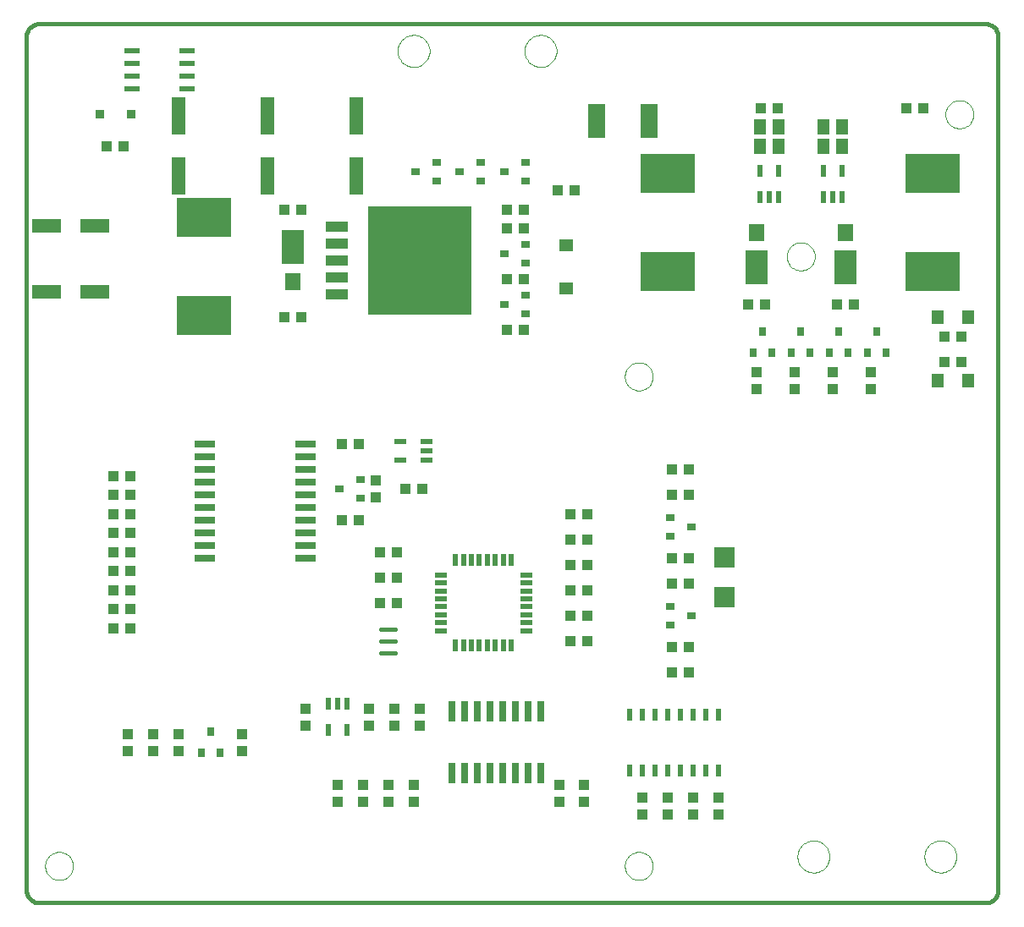
<source format=gtp>
G75*
%MOIN*%
%OFA0B0*%
%FSLAX24Y24*%
%IPPOS*%
%LPD*%
%AMOC8*
5,1,8,0,0,1.08239X$1,22.5*
%
%ADD10C,0.0160*%
%ADD11C,0.0000*%
%ADD12C,0.0177*%
%ADD13R,0.0500X0.0220*%
%ADD14R,0.0220X0.0500*%
%ADD15R,0.0394X0.0433*%
%ADD16R,0.0433X0.0394*%
%ADD17R,0.0551X0.1496*%
%ADD18R,0.4098X0.4252*%
%ADD19R,0.0850X0.0420*%
%ADD20R,0.2126X0.1575*%
%ADD21R,0.1181X0.0551*%
%ADD22R,0.0906X0.1378*%
%ADD23R,0.0610X0.0669*%
%ADD24R,0.0354X0.0374*%
%ADD25R,0.0600X0.0240*%
%ADD26R,0.0260X0.0800*%
%ADD27R,0.0354X0.0315*%
%ADD28R,0.0472X0.0217*%
%ADD29R,0.0800X0.0260*%
%ADD30R,0.0217X0.0472*%
%ADD31R,0.0512X0.0591*%
%ADD32R,0.0315X0.0354*%
%ADD33R,0.0787X0.0787*%
%ADD34R,0.0472X0.0551*%
%ADD35R,0.0236X0.0472*%
%ADD36R,0.0579X0.0500*%
%ADD37R,0.0701X0.1378*%
D10*
X008367Y006725D02*
X008367Y040371D01*
X008369Y040415D01*
X008375Y040458D01*
X008384Y040500D01*
X008397Y040542D01*
X008414Y040582D01*
X008434Y040621D01*
X008457Y040658D01*
X008484Y040692D01*
X008513Y040725D01*
X008546Y040754D01*
X008580Y040781D01*
X008617Y040804D01*
X008656Y040824D01*
X008696Y040841D01*
X008738Y040854D01*
X008780Y040863D01*
X008823Y040869D01*
X008867Y040871D01*
X046135Y040871D01*
X046179Y040869D01*
X046222Y040863D01*
X046264Y040854D01*
X046306Y040841D01*
X046346Y040824D01*
X046385Y040804D01*
X046422Y040781D01*
X046456Y040754D01*
X046489Y040725D01*
X046518Y040692D01*
X046545Y040658D01*
X046568Y040621D01*
X046588Y040582D01*
X046605Y040542D01*
X046618Y040500D01*
X046627Y040458D01*
X046633Y040415D01*
X046635Y040371D01*
X046635Y006725D01*
X046633Y006681D01*
X046627Y006638D01*
X046618Y006596D01*
X046605Y006554D01*
X046588Y006514D01*
X046568Y006475D01*
X046545Y006438D01*
X046518Y006404D01*
X046489Y006371D01*
X046456Y006342D01*
X046422Y006315D01*
X046385Y006292D01*
X046346Y006272D01*
X046306Y006255D01*
X046264Y006242D01*
X046222Y006233D01*
X046179Y006227D01*
X046135Y006225D01*
X008867Y006225D01*
X008823Y006227D01*
X008780Y006233D01*
X008738Y006242D01*
X008696Y006255D01*
X008656Y006272D01*
X008617Y006292D01*
X008580Y006315D01*
X008546Y006342D01*
X008513Y006371D01*
X008484Y006404D01*
X008457Y006438D01*
X008434Y006475D01*
X008414Y006514D01*
X008397Y006554D01*
X008384Y006596D01*
X008375Y006638D01*
X008369Y006681D01*
X008367Y006725D01*
D11*
X009103Y007678D02*
X009105Y007725D01*
X009111Y007771D01*
X009121Y007817D01*
X009134Y007862D01*
X009152Y007905D01*
X009173Y007947D01*
X009197Y007987D01*
X009225Y008024D01*
X009256Y008059D01*
X009290Y008092D01*
X009326Y008121D01*
X009365Y008147D01*
X009406Y008170D01*
X009449Y008189D01*
X009493Y008205D01*
X009538Y008217D01*
X009584Y008225D01*
X009631Y008229D01*
X009677Y008229D01*
X009724Y008225D01*
X009770Y008217D01*
X009815Y008205D01*
X009859Y008189D01*
X009902Y008170D01*
X009943Y008147D01*
X009982Y008121D01*
X010018Y008092D01*
X010052Y008059D01*
X010083Y008024D01*
X010111Y007987D01*
X010135Y007947D01*
X010156Y007905D01*
X010174Y007862D01*
X010187Y007817D01*
X010197Y007771D01*
X010203Y007725D01*
X010205Y007678D01*
X010203Y007631D01*
X010197Y007585D01*
X010187Y007539D01*
X010174Y007494D01*
X010156Y007451D01*
X010135Y007409D01*
X010111Y007369D01*
X010083Y007332D01*
X010052Y007297D01*
X010018Y007264D01*
X009982Y007235D01*
X009943Y007209D01*
X009902Y007186D01*
X009859Y007167D01*
X009815Y007151D01*
X009770Y007139D01*
X009724Y007131D01*
X009677Y007127D01*
X009631Y007127D01*
X009584Y007131D01*
X009538Y007139D01*
X009493Y007151D01*
X009449Y007167D01*
X009406Y007186D01*
X009365Y007209D01*
X009326Y007235D01*
X009290Y007264D01*
X009256Y007297D01*
X009225Y007332D01*
X009197Y007369D01*
X009173Y007409D01*
X009152Y007451D01*
X009134Y007494D01*
X009121Y007539D01*
X009111Y007585D01*
X009105Y007631D01*
X009103Y007678D01*
X031938Y007678D02*
X031940Y007725D01*
X031946Y007771D01*
X031956Y007817D01*
X031969Y007862D01*
X031987Y007905D01*
X032008Y007947D01*
X032032Y007987D01*
X032060Y008024D01*
X032091Y008059D01*
X032125Y008092D01*
X032161Y008121D01*
X032200Y008147D01*
X032241Y008170D01*
X032284Y008189D01*
X032328Y008205D01*
X032373Y008217D01*
X032419Y008225D01*
X032466Y008229D01*
X032512Y008229D01*
X032559Y008225D01*
X032605Y008217D01*
X032650Y008205D01*
X032694Y008189D01*
X032737Y008170D01*
X032778Y008147D01*
X032817Y008121D01*
X032853Y008092D01*
X032887Y008059D01*
X032918Y008024D01*
X032946Y007987D01*
X032970Y007947D01*
X032991Y007905D01*
X033009Y007862D01*
X033022Y007817D01*
X033032Y007771D01*
X033038Y007725D01*
X033040Y007678D01*
X033038Y007631D01*
X033032Y007585D01*
X033022Y007539D01*
X033009Y007494D01*
X032991Y007451D01*
X032970Y007409D01*
X032946Y007369D01*
X032918Y007332D01*
X032887Y007297D01*
X032853Y007264D01*
X032817Y007235D01*
X032778Y007209D01*
X032737Y007186D01*
X032694Y007167D01*
X032650Y007151D01*
X032605Y007139D01*
X032559Y007131D01*
X032512Y007127D01*
X032466Y007127D01*
X032419Y007131D01*
X032373Y007139D01*
X032328Y007151D01*
X032284Y007167D01*
X032241Y007186D01*
X032200Y007209D01*
X032161Y007235D01*
X032125Y007264D01*
X032091Y007297D01*
X032060Y007332D01*
X032032Y007369D01*
X032008Y007409D01*
X031987Y007451D01*
X031969Y007494D01*
X031956Y007539D01*
X031946Y007585D01*
X031940Y007631D01*
X031938Y007678D01*
X038737Y008050D02*
X038739Y008100D01*
X038745Y008150D01*
X038755Y008199D01*
X038769Y008247D01*
X038786Y008294D01*
X038807Y008339D01*
X038832Y008383D01*
X038860Y008424D01*
X038892Y008463D01*
X038926Y008500D01*
X038963Y008534D01*
X039003Y008564D01*
X039045Y008591D01*
X039089Y008615D01*
X039135Y008636D01*
X039182Y008652D01*
X039230Y008665D01*
X039280Y008674D01*
X039329Y008679D01*
X039380Y008680D01*
X039430Y008677D01*
X039479Y008670D01*
X039528Y008659D01*
X039576Y008644D01*
X039622Y008626D01*
X039667Y008604D01*
X039710Y008578D01*
X039751Y008549D01*
X039790Y008517D01*
X039826Y008482D01*
X039858Y008444D01*
X039888Y008404D01*
X039915Y008361D01*
X039938Y008317D01*
X039957Y008271D01*
X039973Y008223D01*
X039985Y008174D01*
X039993Y008125D01*
X039997Y008075D01*
X039997Y008025D01*
X039993Y007975D01*
X039985Y007926D01*
X039973Y007877D01*
X039957Y007829D01*
X039938Y007783D01*
X039915Y007739D01*
X039888Y007696D01*
X039858Y007656D01*
X039826Y007618D01*
X039790Y007583D01*
X039751Y007551D01*
X039710Y007522D01*
X039667Y007496D01*
X039622Y007474D01*
X039576Y007456D01*
X039528Y007441D01*
X039479Y007430D01*
X039430Y007423D01*
X039380Y007420D01*
X039329Y007421D01*
X039280Y007426D01*
X039230Y007435D01*
X039182Y007448D01*
X039135Y007464D01*
X039089Y007485D01*
X039045Y007509D01*
X039003Y007536D01*
X038963Y007566D01*
X038926Y007600D01*
X038892Y007637D01*
X038860Y007676D01*
X038832Y007717D01*
X038807Y007761D01*
X038786Y007806D01*
X038769Y007853D01*
X038755Y007901D01*
X038745Y007950D01*
X038739Y008000D01*
X038737Y008050D01*
X043737Y008050D02*
X043739Y008100D01*
X043745Y008150D01*
X043755Y008199D01*
X043769Y008247D01*
X043786Y008294D01*
X043807Y008339D01*
X043832Y008383D01*
X043860Y008424D01*
X043892Y008463D01*
X043926Y008500D01*
X043963Y008534D01*
X044003Y008564D01*
X044045Y008591D01*
X044089Y008615D01*
X044135Y008636D01*
X044182Y008652D01*
X044230Y008665D01*
X044280Y008674D01*
X044329Y008679D01*
X044380Y008680D01*
X044430Y008677D01*
X044479Y008670D01*
X044528Y008659D01*
X044576Y008644D01*
X044622Y008626D01*
X044667Y008604D01*
X044710Y008578D01*
X044751Y008549D01*
X044790Y008517D01*
X044826Y008482D01*
X044858Y008444D01*
X044888Y008404D01*
X044915Y008361D01*
X044938Y008317D01*
X044957Y008271D01*
X044973Y008223D01*
X044985Y008174D01*
X044993Y008125D01*
X044997Y008075D01*
X044997Y008025D01*
X044993Y007975D01*
X044985Y007926D01*
X044973Y007877D01*
X044957Y007829D01*
X044938Y007783D01*
X044915Y007739D01*
X044888Y007696D01*
X044858Y007656D01*
X044826Y007618D01*
X044790Y007583D01*
X044751Y007551D01*
X044710Y007522D01*
X044667Y007496D01*
X044622Y007474D01*
X044576Y007456D01*
X044528Y007441D01*
X044479Y007430D01*
X044430Y007423D01*
X044380Y007420D01*
X044329Y007421D01*
X044280Y007426D01*
X044230Y007435D01*
X044182Y007448D01*
X044135Y007464D01*
X044089Y007485D01*
X044045Y007509D01*
X044003Y007536D01*
X043963Y007566D01*
X043926Y007600D01*
X043892Y007637D01*
X043860Y007676D01*
X043832Y007717D01*
X043807Y007761D01*
X043786Y007806D01*
X043769Y007853D01*
X043755Y007901D01*
X043745Y007950D01*
X043739Y008000D01*
X043737Y008050D01*
X031938Y026969D02*
X031940Y027016D01*
X031946Y027062D01*
X031956Y027108D01*
X031969Y027153D01*
X031987Y027196D01*
X032008Y027238D01*
X032032Y027278D01*
X032060Y027315D01*
X032091Y027350D01*
X032125Y027383D01*
X032161Y027412D01*
X032200Y027438D01*
X032241Y027461D01*
X032284Y027480D01*
X032328Y027496D01*
X032373Y027508D01*
X032419Y027516D01*
X032466Y027520D01*
X032512Y027520D01*
X032559Y027516D01*
X032605Y027508D01*
X032650Y027496D01*
X032694Y027480D01*
X032737Y027461D01*
X032778Y027438D01*
X032817Y027412D01*
X032853Y027383D01*
X032887Y027350D01*
X032918Y027315D01*
X032946Y027278D01*
X032970Y027238D01*
X032991Y027196D01*
X033009Y027153D01*
X033022Y027108D01*
X033032Y027062D01*
X033038Y027016D01*
X033040Y026969D01*
X033038Y026922D01*
X033032Y026876D01*
X033022Y026830D01*
X033009Y026785D01*
X032991Y026742D01*
X032970Y026700D01*
X032946Y026660D01*
X032918Y026623D01*
X032887Y026588D01*
X032853Y026555D01*
X032817Y026526D01*
X032778Y026500D01*
X032737Y026477D01*
X032694Y026458D01*
X032650Y026442D01*
X032605Y026430D01*
X032559Y026422D01*
X032512Y026418D01*
X032466Y026418D01*
X032419Y026422D01*
X032373Y026430D01*
X032328Y026442D01*
X032284Y026458D01*
X032241Y026477D01*
X032200Y026500D01*
X032161Y026526D01*
X032125Y026555D01*
X032091Y026588D01*
X032060Y026623D01*
X032032Y026660D01*
X032008Y026700D01*
X031987Y026742D01*
X031969Y026785D01*
X031956Y026830D01*
X031946Y026876D01*
X031940Y026922D01*
X031938Y026969D01*
X038316Y031700D02*
X038318Y031747D01*
X038324Y031793D01*
X038334Y031839D01*
X038347Y031884D01*
X038365Y031927D01*
X038386Y031969D01*
X038410Y032009D01*
X038438Y032046D01*
X038469Y032081D01*
X038503Y032114D01*
X038539Y032143D01*
X038578Y032169D01*
X038619Y032192D01*
X038662Y032211D01*
X038706Y032227D01*
X038751Y032239D01*
X038797Y032247D01*
X038844Y032251D01*
X038890Y032251D01*
X038937Y032247D01*
X038983Y032239D01*
X039028Y032227D01*
X039072Y032211D01*
X039115Y032192D01*
X039156Y032169D01*
X039195Y032143D01*
X039231Y032114D01*
X039265Y032081D01*
X039296Y032046D01*
X039324Y032009D01*
X039348Y031969D01*
X039369Y031927D01*
X039387Y031884D01*
X039400Y031839D01*
X039410Y031793D01*
X039416Y031747D01*
X039418Y031700D01*
X039416Y031653D01*
X039410Y031607D01*
X039400Y031561D01*
X039387Y031516D01*
X039369Y031473D01*
X039348Y031431D01*
X039324Y031391D01*
X039296Y031354D01*
X039265Y031319D01*
X039231Y031286D01*
X039195Y031257D01*
X039156Y031231D01*
X039115Y031208D01*
X039072Y031189D01*
X039028Y031173D01*
X038983Y031161D01*
X038937Y031153D01*
X038890Y031149D01*
X038844Y031149D01*
X038797Y031153D01*
X038751Y031161D01*
X038706Y031173D01*
X038662Y031189D01*
X038619Y031208D01*
X038578Y031231D01*
X038539Y031257D01*
X038503Y031286D01*
X038469Y031319D01*
X038438Y031354D01*
X038410Y031391D01*
X038386Y031431D01*
X038365Y031473D01*
X038347Y031516D01*
X038334Y031561D01*
X038324Y031607D01*
X038318Y031653D01*
X038316Y031700D01*
X044566Y037300D02*
X044568Y037347D01*
X044574Y037393D01*
X044584Y037439D01*
X044597Y037484D01*
X044615Y037527D01*
X044636Y037569D01*
X044660Y037609D01*
X044688Y037646D01*
X044719Y037681D01*
X044753Y037714D01*
X044789Y037743D01*
X044828Y037769D01*
X044869Y037792D01*
X044912Y037811D01*
X044956Y037827D01*
X045001Y037839D01*
X045047Y037847D01*
X045094Y037851D01*
X045140Y037851D01*
X045187Y037847D01*
X045233Y037839D01*
X045278Y037827D01*
X045322Y037811D01*
X045365Y037792D01*
X045406Y037769D01*
X045445Y037743D01*
X045481Y037714D01*
X045515Y037681D01*
X045546Y037646D01*
X045574Y037609D01*
X045598Y037569D01*
X045619Y037527D01*
X045637Y037484D01*
X045650Y037439D01*
X045660Y037393D01*
X045666Y037347D01*
X045668Y037300D01*
X045666Y037253D01*
X045660Y037207D01*
X045650Y037161D01*
X045637Y037116D01*
X045619Y037073D01*
X045598Y037031D01*
X045574Y036991D01*
X045546Y036954D01*
X045515Y036919D01*
X045481Y036886D01*
X045445Y036857D01*
X045406Y036831D01*
X045365Y036808D01*
X045322Y036789D01*
X045278Y036773D01*
X045233Y036761D01*
X045187Y036753D01*
X045140Y036749D01*
X045094Y036749D01*
X045047Y036753D01*
X045001Y036761D01*
X044956Y036773D01*
X044912Y036789D01*
X044869Y036808D01*
X044828Y036831D01*
X044789Y036857D01*
X044753Y036886D01*
X044719Y036919D01*
X044688Y036954D01*
X044660Y036991D01*
X044636Y037031D01*
X044615Y037073D01*
X044597Y037116D01*
X044584Y037161D01*
X044574Y037207D01*
X044568Y037253D01*
X044566Y037300D01*
X027987Y039800D02*
X027989Y039850D01*
X027995Y039900D01*
X028005Y039949D01*
X028019Y039997D01*
X028036Y040044D01*
X028057Y040089D01*
X028082Y040133D01*
X028110Y040174D01*
X028142Y040213D01*
X028176Y040250D01*
X028213Y040284D01*
X028253Y040314D01*
X028295Y040341D01*
X028339Y040365D01*
X028385Y040386D01*
X028432Y040402D01*
X028480Y040415D01*
X028530Y040424D01*
X028579Y040429D01*
X028630Y040430D01*
X028680Y040427D01*
X028729Y040420D01*
X028778Y040409D01*
X028826Y040394D01*
X028872Y040376D01*
X028917Y040354D01*
X028960Y040328D01*
X029001Y040299D01*
X029040Y040267D01*
X029076Y040232D01*
X029108Y040194D01*
X029138Y040154D01*
X029165Y040111D01*
X029188Y040067D01*
X029207Y040021D01*
X029223Y039973D01*
X029235Y039924D01*
X029243Y039875D01*
X029247Y039825D01*
X029247Y039775D01*
X029243Y039725D01*
X029235Y039676D01*
X029223Y039627D01*
X029207Y039579D01*
X029188Y039533D01*
X029165Y039489D01*
X029138Y039446D01*
X029108Y039406D01*
X029076Y039368D01*
X029040Y039333D01*
X029001Y039301D01*
X028960Y039272D01*
X028917Y039246D01*
X028872Y039224D01*
X028826Y039206D01*
X028778Y039191D01*
X028729Y039180D01*
X028680Y039173D01*
X028630Y039170D01*
X028579Y039171D01*
X028530Y039176D01*
X028480Y039185D01*
X028432Y039198D01*
X028385Y039214D01*
X028339Y039235D01*
X028295Y039259D01*
X028253Y039286D01*
X028213Y039316D01*
X028176Y039350D01*
X028142Y039387D01*
X028110Y039426D01*
X028082Y039467D01*
X028057Y039511D01*
X028036Y039556D01*
X028019Y039603D01*
X028005Y039651D01*
X027995Y039700D01*
X027989Y039750D01*
X027987Y039800D01*
X022987Y039800D02*
X022989Y039850D01*
X022995Y039900D01*
X023005Y039949D01*
X023019Y039997D01*
X023036Y040044D01*
X023057Y040089D01*
X023082Y040133D01*
X023110Y040174D01*
X023142Y040213D01*
X023176Y040250D01*
X023213Y040284D01*
X023253Y040314D01*
X023295Y040341D01*
X023339Y040365D01*
X023385Y040386D01*
X023432Y040402D01*
X023480Y040415D01*
X023530Y040424D01*
X023579Y040429D01*
X023630Y040430D01*
X023680Y040427D01*
X023729Y040420D01*
X023778Y040409D01*
X023826Y040394D01*
X023872Y040376D01*
X023917Y040354D01*
X023960Y040328D01*
X024001Y040299D01*
X024040Y040267D01*
X024076Y040232D01*
X024108Y040194D01*
X024138Y040154D01*
X024165Y040111D01*
X024188Y040067D01*
X024207Y040021D01*
X024223Y039973D01*
X024235Y039924D01*
X024243Y039875D01*
X024247Y039825D01*
X024247Y039775D01*
X024243Y039725D01*
X024235Y039676D01*
X024223Y039627D01*
X024207Y039579D01*
X024188Y039533D01*
X024165Y039489D01*
X024138Y039446D01*
X024108Y039406D01*
X024076Y039368D01*
X024040Y039333D01*
X024001Y039301D01*
X023960Y039272D01*
X023917Y039246D01*
X023872Y039224D01*
X023826Y039206D01*
X023778Y039191D01*
X023729Y039180D01*
X023680Y039173D01*
X023630Y039170D01*
X023579Y039171D01*
X023530Y039176D01*
X023480Y039185D01*
X023432Y039198D01*
X023385Y039214D01*
X023339Y039235D01*
X023295Y039259D01*
X023253Y039286D01*
X023213Y039316D01*
X023176Y039350D01*
X023142Y039387D01*
X023110Y039426D01*
X023082Y039467D01*
X023057Y039511D01*
X023036Y039556D01*
X023019Y039603D01*
X023005Y039651D01*
X022995Y039700D01*
X022989Y039750D01*
X022987Y039800D01*
D12*
X022330Y017022D02*
X022330Y017022D01*
X022904Y017022D01*
X022904Y017022D01*
X022330Y017022D01*
X022330Y016550D02*
X022330Y016550D01*
X022904Y016550D01*
X022904Y016550D01*
X022330Y016550D01*
X022330Y016078D02*
X022330Y016078D01*
X022904Y016078D01*
X022904Y016078D01*
X022330Y016078D01*
D13*
X024677Y016948D03*
X024677Y017263D03*
X024677Y017578D03*
X024677Y017893D03*
X024677Y018207D03*
X024677Y018522D03*
X024677Y018837D03*
X024677Y019152D03*
X028057Y019152D03*
X028057Y018837D03*
X028057Y018522D03*
X028057Y018207D03*
X028057Y017893D03*
X028057Y017578D03*
X028057Y017263D03*
X028057Y016948D03*
D14*
X027469Y016360D03*
X027154Y016360D03*
X026839Y016360D03*
X026524Y016360D03*
X026209Y016360D03*
X025894Y016360D03*
X025579Y016360D03*
X025265Y016360D03*
X025265Y019740D03*
X025579Y019740D03*
X025894Y019740D03*
X026209Y019740D03*
X026524Y019740D03*
X026839Y019740D03*
X027154Y019740D03*
X027469Y019740D03*
D15*
X022117Y022215D03*
X022117Y022885D03*
X021867Y013885D03*
X021867Y013215D03*
X022867Y013215D03*
X022867Y013885D03*
X023867Y013885D03*
X023867Y013215D03*
X023617Y010885D03*
X023617Y010215D03*
X022617Y010215D03*
X022617Y010885D03*
X021617Y010885D03*
X021617Y010215D03*
X020617Y010215D03*
X020617Y010885D03*
X019367Y013215D03*
X019367Y013885D03*
X016867Y012885D03*
X016867Y012215D03*
X014367Y012215D03*
X014367Y012885D03*
X013367Y012885D03*
X013367Y012215D03*
X012367Y012215D03*
X012367Y012885D03*
X029367Y010885D03*
X029367Y010215D03*
X030317Y010215D03*
X030317Y010885D03*
X032617Y010385D03*
X032617Y009715D03*
X033617Y009715D03*
X033617Y010385D03*
X034617Y010385D03*
X034617Y009715D03*
X035617Y009715D03*
X035617Y010385D03*
X037117Y026465D03*
X037117Y027135D03*
X038617Y027135D03*
X038617Y026465D03*
X040117Y026465D03*
X040117Y027135D03*
X041617Y027135D03*
X041617Y026465D03*
D16*
X044532Y027550D03*
X045202Y027550D03*
X045202Y028550D03*
X044532Y028550D03*
X040952Y029800D03*
X040282Y029800D03*
X037452Y029800D03*
X036782Y029800D03*
X029952Y034300D03*
X029282Y034300D03*
X027952Y033550D03*
X027282Y033550D03*
X027282Y032800D03*
X027952Y032800D03*
X027952Y030800D03*
X027282Y030800D03*
X027282Y028800D03*
X027952Y028800D03*
X021452Y024300D03*
X020782Y024300D03*
X023282Y022550D03*
X023952Y022550D03*
X022952Y020050D03*
X022282Y020050D03*
X021452Y021300D03*
X020782Y021300D03*
X022282Y019050D03*
X022952Y019050D03*
X022952Y018050D03*
X022282Y018050D03*
X029782Y017550D03*
X030452Y017550D03*
X030452Y016550D03*
X029782Y016550D03*
X029782Y018550D03*
X030452Y018550D03*
X030452Y019550D03*
X029782Y019550D03*
X029782Y020550D03*
X030452Y020550D03*
X030452Y021550D03*
X029782Y021550D03*
X033782Y022300D03*
X034452Y022300D03*
X034452Y023300D03*
X033782Y023300D03*
X033782Y019800D03*
X034452Y019800D03*
X034452Y018800D03*
X033782Y018800D03*
X033782Y016300D03*
X034452Y016300D03*
X034452Y015300D03*
X033782Y015300D03*
X019202Y029300D03*
X018532Y029300D03*
X018532Y033550D03*
X019202Y033550D03*
X012202Y036050D03*
X011532Y036050D03*
X011782Y023050D03*
X012452Y023050D03*
X012452Y022300D03*
X012452Y021550D03*
X011782Y021550D03*
X011782Y022300D03*
X011782Y020800D03*
X011782Y020050D03*
X012452Y020050D03*
X012452Y020800D03*
X012452Y019300D03*
X011782Y019300D03*
X011782Y018550D03*
X011782Y017800D03*
X012452Y017800D03*
X012452Y018550D03*
X012452Y017050D03*
X011782Y017050D03*
X037282Y037550D03*
X037952Y037550D03*
X043032Y037550D03*
X043702Y037550D03*
D17*
X021367Y037231D03*
X021367Y034869D03*
X017867Y034869D03*
X017867Y037231D03*
X014367Y037231D03*
X014367Y034869D03*
D18*
X023867Y031550D03*
D19*
X020587Y031550D03*
X020587Y030880D03*
X020587Y030210D03*
X020587Y032220D03*
X020587Y032890D03*
D20*
X015367Y033229D03*
X015367Y029371D03*
X033617Y031121D03*
X033617Y034979D03*
X044067Y034979D03*
X044067Y031121D03*
D21*
X011062Y030300D03*
X009172Y030300D03*
X009172Y032900D03*
X011062Y032900D03*
D22*
X018867Y032081D03*
X037117Y031269D03*
X040617Y031269D03*
D23*
X040617Y032646D03*
X037117Y032646D03*
X018867Y030704D03*
D24*
X012487Y037300D03*
X011247Y037300D03*
D25*
X012537Y038300D03*
X012537Y038800D03*
X012537Y039300D03*
X012537Y039800D03*
X014697Y039800D03*
X014697Y039300D03*
X014697Y038800D03*
X014697Y038300D03*
D26*
X025117Y013760D03*
X025617Y013760D03*
X026117Y013760D03*
X026617Y013760D03*
X027117Y013760D03*
X027617Y013760D03*
X028117Y013760D03*
X028617Y013760D03*
X028617Y011340D03*
X028117Y011340D03*
X027617Y011340D03*
X027117Y011340D03*
X026617Y011340D03*
X026117Y011340D03*
X025617Y011340D03*
X025117Y011340D03*
D27*
X033723Y017176D03*
X034550Y017550D03*
X033723Y017924D03*
X033723Y020676D03*
X034550Y021050D03*
X033723Y021424D03*
X028011Y029426D03*
X028011Y030174D03*
X027184Y029800D03*
X028011Y031426D03*
X028011Y032174D03*
X027184Y031800D03*
X028011Y034676D03*
X028011Y035424D03*
X027184Y035050D03*
X026261Y034676D03*
X025434Y035050D03*
X026261Y035424D03*
X024511Y035424D03*
X024511Y034676D03*
X023684Y035050D03*
X021511Y022924D03*
X021511Y022176D03*
X020684Y022550D03*
D28*
X023105Y023676D03*
X023105Y024424D03*
X024129Y024424D03*
X024129Y024050D03*
X024129Y023676D03*
D29*
X019347Y023800D03*
X019347Y023300D03*
X019347Y022800D03*
X019347Y022300D03*
X019347Y021800D03*
X019347Y021300D03*
X019347Y020800D03*
X019347Y020300D03*
X019347Y019800D03*
X015387Y019800D03*
X015387Y020300D03*
X015387Y020800D03*
X015387Y021300D03*
X015387Y021800D03*
X015387Y022300D03*
X015387Y022800D03*
X015387Y023300D03*
X015387Y023800D03*
X015387Y024300D03*
X019347Y024300D03*
D30*
X020243Y014062D03*
X020617Y014062D03*
X020991Y014062D03*
X020991Y013038D03*
X020243Y013038D03*
X037243Y034038D03*
X037617Y034038D03*
X037991Y034038D03*
X037991Y035062D03*
X037243Y035062D03*
X039743Y035062D03*
X040491Y035062D03*
X040491Y034038D03*
X040117Y034038D03*
X039743Y034038D03*
D31*
X039743Y036050D03*
X040491Y036050D03*
X040491Y036800D03*
X039743Y036800D03*
X037991Y036800D03*
X037243Y036800D03*
X037243Y036050D03*
X037991Y036050D03*
D32*
X037367Y028733D03*
X037741Y027906D03*
X036993Y027906D03*
X038493Y027906D03*
X039241Y027906D03*
X039993Y027906D03*
X040741Y027906D03*
X041493Y027906D03*
X042241Y027906D03*
X041867Y028733D03*
X040367Y028733D03*
X038867Y028733D03*
X015617Y012983D03*
X015991Y012156D03*
X015243Y012156D03*
D33*
X035867Y018263D03*
X035867Y019837D03*
D34*
X044276Y026800D03*
X045457Y026800D03*
X045457Y029300D03*
X044276Y029300D03*
D35*
X035617Y013652D03*
X035117Y013652D03*
X034617Y013652D03*
X034117Y013652D03*
X033617Y013652D03*
X033117Y013652D03*
X032617Y013652D03*
X032117Y013652D03*
X032117Y011448D03*
X032617Y011448D03*
X033117Y011448D03*
X033617Y011448D03*
X034117Y011448D03*
X034617Y011448D03*
X035117Y011448D03*
X035617Y011448D03*
D36*
X029617Y030454D03*
X029617Y032146D03*
D37*
X030837Y037050D03*
X032896Y037050D03*
M02*

</source>
